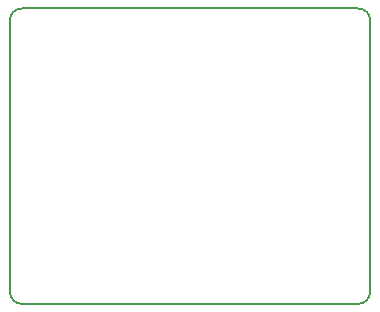
<source format=gbr>
G04 DipTrace 4.3.0.3*
G04 GKO.gbr*
%MOMM*%
G04 #@! TF.FileFunction,Profile*
G04 #@! TF.Part,Single*
%ADD12C,0.14*%
%FSLAX35Y35*%
G04*
G71*
G90*
G75*
G01*
G04 BoardOutline*
%LPD*%
X3950000Y1000000D2*
D12*
X1100000D1*
G02X1000000Y1100000I2J100002D01*
G01*
Y3400000D1*
G02X1100000Y3500000I100002J-2D01*
G01*
X3950000D1*
G02X4050000Y3400000I-2J-100002D01*
G01*
Y1100000D1*
G02X3950000Y1000000I-100002J2D01*
G01*
M02*

</source>
